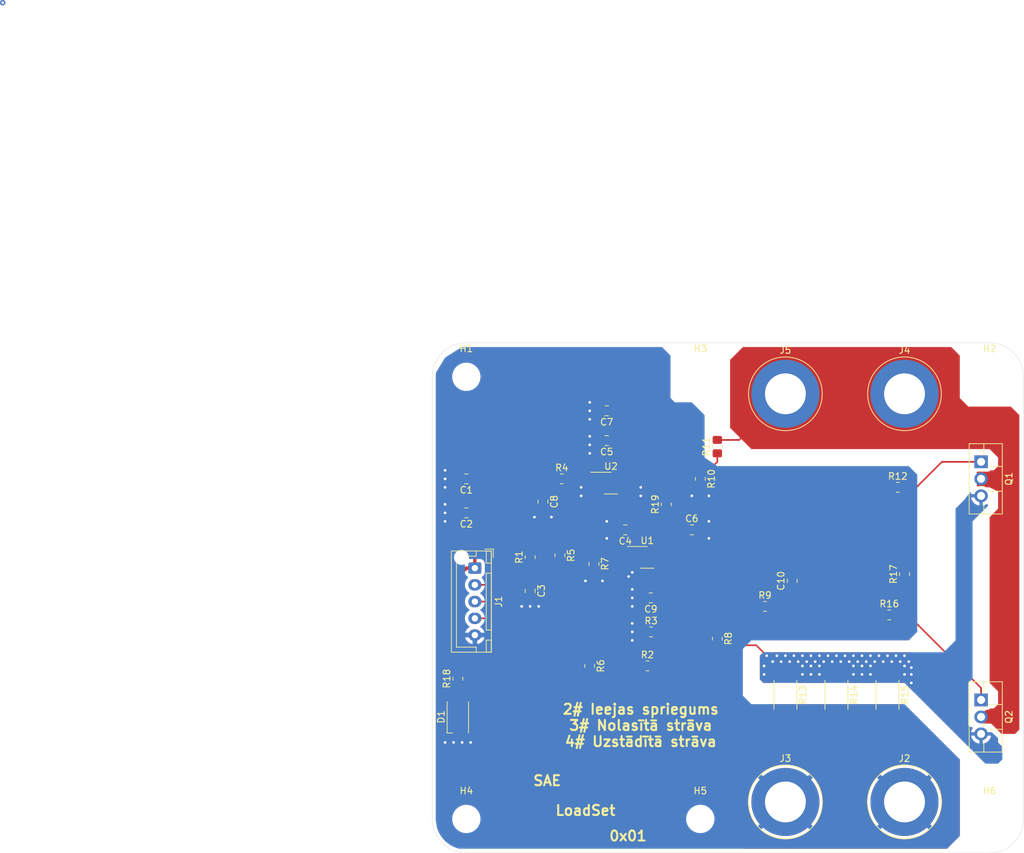
<source format=kicad_pcb>
(kicad_pcb (version 20211014) (generator pcbnew)
  (layers (0 "F.Cu" signal) (31 "B.Cu" signal) (34 "B.Paste" user) (35 "F.Paste" user) (36 "B.SilkS" user "B.Silkscreen") (37 "F.SilkS" user "F.Silkscreen") (38 "B.Mask" user) (39 "F.Mask" user) (44 "Edge.Cuts" user))
  (net 0 "")
  (net 1 "GND")
  (net 2 "+5V")
  (net 3 "/Iread")
  (net 4 "/Vread")
  (net 5 "Net-(C9-Pad1)")
  (net 6 "Net-(C10-Pad2)")
  (net 7 "Net-(C10-Pad1)")
  (net 8 "/SetCurr")
  (net 9 "/+Load")
  (net 10 "Net-(Q1-Pad3)")
  (net 11 "Net-(Q1-Pad1)")
  (net 12 "Net-(R1-Pad2)")
  (net 13 "Net-(R4-Pad2)")
  (net 14 "Net-(R5-Pad2)")
  (net 15 "Net-(R6-Pad1)")
  (net 16 "Net-(R8-Pad1)")
  (net 17 "Net-(R10-Pad1)")
  (net 18 "Net-(U2-Pad6)")
  (net 19 "Net-(Q2-Pad1)")
  (net 20 "Net-(D1-Pad2)")
  (footprint "Capacitor_SMD:C_0805_2012Metric_Pad1.18x1.45mm_HandSolder" (layer "F.Cu") (at 66.675 71.12 180)
    (fp_text reference "C1" (at 0 -1.68) (layer "F.SilkS"))
    (fp_text value "C_Small")
    (pad "1" smd roundrect locked (at -1.0375 0 180) (size 1.175 1.45) (layers "F.Cu" "F.Paste" "F.Mask") (roundrect_rratio 0.212766) (net 2 "+5V"))
    (pad "2" smd roundrect locked (at 1.0375 0 180) (size 1.175 1.45) (layers "F.Cu" "F.Paste" "F.Mask") (roundrect_rratio 0.212766) (net 1 "GND"))
  )
  (footprint "Capacitor_SMD:C_0805_2012Metric_Pad1.18x1.45mm_HandSolder" (layer "F.Cu") (at 66.675 76.2 180)
    (fp_text reference "C2" (at 0 -1.68) (layer "F.SilkS"))
    (fp_text value "C_Small")
    (pad "1" smd roundrect locked (at -1.0375 0 180) (size 1.175 1.45) (layers "F.Cu" "F.Paste" "F.Mask") (roundrect_rratio 0.212766) (net 2 "+5V"))
    (pad "2" smd roundrect locked (at 1.0375 0 180) (size 1.175 1.45) (layers "F.Cu" "F.Paste" "F.Mask") (roundrect_rratio 0.212766) (net 1 "GND"))
  )
  (footprint "Capacitor_SMD:C_0805_2012Metric_Pad1.18x1.45mm_HandSolder" (layer "F.Cu") (at 76.2 87.8625 -90)
    (fp_text reference "C3" (at 0 -1.68 90) (layer "F.SilkS"))
    (fp_text value "1u")
    (pad "1" smd roundrect locked (at -1.0375 0 270) (size 1.175 1.45) (layers "F.Cu" "F.Paste" "F.Mask") (roundrect_rratio 0.212766) (net 3 "/Iread"))
    (pad "2" smd roundrect locked (at 1.0375 0 270) (size 1.175 1.45) (layers "F.Cu" "F.Paste" "F.Mask") (roundrect_rratio 0.212766) (net 1 "GND"))
  )
  (footprint "Capacitor_SMD:C_0805_2012Metric_Pad1.18x1.45mm_HandSolder" (layer "F.Cu") (at 90.4025 78.74 180)
    (fp_text reference "C4" (at 0 -1.68) (layer "F.SilkS"))
    (fp_text value "C_Small")
    (pad "1" smd roundrect locked (at -1.0375 0 180) (size 1.175 1.45) (layers "F.Cu" "F.Paste" "F.Mask") (roundrect_rratio 0.212766) (net 2 "+5V"))
    (pad "2" smd roundrect locked (at 1.0375 0 180) (size 1.175 1.45) (layers "F.Cu" "F.Paste" "F.Mask") (roundrect_rratio 0.212766) (net 1 "GND"))
  )
  (footprint "Capacitor_SMD:C_0805_2012Metric_Pad1.18x1.45mm_HandSolder" (layer "F.Cu") (at 87.63 65.405 180)
    (fp_text reference "C5" (at 0 -1.68) (layer "F.SilkS"))
    (fp_text value "C_Small")
    (pad "1" smd roundrect locked (at -1.0375 0 180) (size 1.175 1.45) (layers "F.Cu" "F.Paste" "F.Mask") (roundrect_rratio 0.212766) (net 2 "+5V"))
    (pad "2" smd roundrect locked (at 1.0375 0 180) (size 1.175 1.45) (layers "F.Cu" "F.Paste" "F.Mask") (roundrect_rratio 0.212766) (net 1 "GND"))
  )
  (footprint "Capacitor_SMD:C_0805_2012Metric_Pad1.18x1.45mm_HandSolder" (layer "F.Cu") (at 100.33 78.74)
    (fp_text reference "C6" (at 0 -1.68) (layer "F.SilkS"))
    (fp_text value "C_Small")
    (pad "1" smd roundrect locked (at -1.0375 0) (size 1.175 1.45) (layers "F.Cu" "F.Paste" "F.Mask") (roundrect_rratio 0.212766) (net 2 "+5V"))
    (pad "2" smd roundrect locked (at 1.0375 0) (size 1.175 1.45) (layers "F.Cu" "F.Paste" "F.Mask") (roundrect_rratio 0.212766) (net 1 "GND"))
  )
  (footprint "Capacitor_SMD:C_0805_2012Metric_Pad1.18x1.45mm_HandSolder" (layer "F.Cu") (at 87.63 60.96 180)
    (fp_text reference "C7" (at 0 -1.68) (layer "F.SilkS"))
    (fp_text value "C_Small")
    (pad "1" smd roundrect locked (at -1.0375 0 180) (size 1.175 1.45) (layers "F.Cu" "F.Paste" "F.Mask") (roundrect_rratio 0.212766) (net 2 "+5V"))
    (pad "2" smd roundrect locked (at 1.0375 0 180) (size 1.175 1.45) (layers "F.Cu" "F.Paste" "F.Mask") (roundrect_rratio 0.212766) (net 1 "GND"))
  )
  (footprint "Capacitor_SMD:C_0805_2012Metric_Pad1.18x1.45mm_HandSolder" (layer "F.Cu") (at 78.105 74.5275 -90)
    (fp_text reference "C8" (at 0 -1.68 90) (layer "F.SilkS"))
    (fp_text value "1u")
    (pad "1" smd roundrect locked (at -1.0375 0 270) (size 1.175 1.45) (layers "F.Cu" "F.Paste" "F.Mask") (roundrect_rratio 0.212766) (net 4 "/Vread"))
    (pad "2" smd roundrect locked (at 1.0375 0 270) (size 1.175 1.45) (layers "F.Cu" "F.Paste" "F.Mask") (roundrect_rratio 0.212766) (net 1 "GND"))
  )
  (footprint "Capacitor_SMD:C_0805_2012Metric_Pad1.18x1.45mm_HandSolder" (layer "F.Cu") (at 94.2125 88.9 180)
    (fp_text reference "C9" (at 0 -1.68) (layer "F.SilkS"))
    (fp_text value "100n")
    (pad "1" smd roundrect locked (at -1.0375 0 180) (size 1.175 1.45) (layers "F.Cu" "F.Paste" "F.Mask") (roundrect_rratio 0.212766) (net 5 "Net-(C9-Pad1)"))
    (pad "2" smd roundrect locked (at 1.0375 0 180) (size 1.175 1.45) (layers "F.Cu" "F.Paste" "F.Mask") (roundrect_rratio 0.212766) (net 1 "GND"))
  )
  (footprint "Capacitor_SMD:C_0805_2012Metric_Pad1.18x1.45mm_HandSolder" (layer "F.Cu") (at 115.316 86.36 90)
    (fp_text reference "C10" (at 0 -1.68 90) (layer "F.SilkS"))
    (fp_text value "22n")
    (pad "1" smd roundrect locked (at -1.0375 0 90) (size 1.175 1.45) (layers "F.Cu" "F.Paste" "F.Mask") (roundrect_rratio 0.212766) (net 7 "Net-(C10-Pad1)"))
    (pad "2" smd roundrect locked (at 1.0375 0 90) (size 1.175 1.45) (layers "F.Cu" "F.Paste" "F.Mask") (roundrect_rratio 0.212766) (net 6 "Net-(C10-Pad2)"))
  )
  (footprint "Connector_JST:JST_XH_B5B-XH-AM_1x05_P2.50mm_Vertical" (layer "F.Cu") (at 67.945 84.455 -90)
    (fp_text reference "J1" (at 5 -3.55 90) (layer "F.SilkS"))
    (fp_text value "Conn_01x05")
    (pad "" np_thru_hole circle locked (at -1.6 2 270) (size 1.2 1.2) (drill 1.2) (layers *.Cu *.Mask))
    (pad "1" thru_hole roundrect locked (at 0 0 270) (size 1.7 1.95) (drill 0.95) (layers *.Cu *.Mask) (roundrect_rratio 0.147059) (net 2 "+5V"))
    (pad "2" thru_hole oval locked (at 2.5 0 270) (size 1.7 1.95) (drill 0.95) (layers *.Cu *.Mask) (net 4 "/Vread"))
    (pad "3" thru_hole oval locked (at 5 0 270) (size 1.7 1.95) (drill 0.95) (layers *.Cu *.Mask) (net 3 "/Iread"))
    (pad "4" thru_hole oval locked (at 7.5 0 270) (size 1.7 1.95) (drill 0.95) (layers *.Cu *.Mask) (net 8 "/SetCurr"))
    (pad "5" thru_hole oval locked (at 10 0 270) (size 1.7 1.95) (drill 0.95) (layers *.Cu *.Mask) (net 1 "GND"))
  )
  (footprint "Connector:Banana_Jack_1Pin" (layer "F.Cu") (at 132.08 119.38)
    (fp_text reference "J2" (at 0 -6.5) (layer "F.SilkS"))
    (fp_text value "Conn_01x01")
    (pad "1" thru_hole circle locked (at 0 0) (size 10.16 10.16) (drill 6.1) (layers *.Cu *.Mask) (net 1 "GND"))
  )
  (footprint "Connector:Banana_Jack_1Pin" (layer "F.Cu") (at 114.3 119.38)
    (fp_text reference "J3" (at 0 -6.5) (layer "F.SilkS"))
    (fp_text value "Conn_01x01")
    (pad "1" thru_hole circle locked (at 0 0) (size 10.16 10.16) (drill 6.1) (layers *.Cu *.Mask) (net 1 "GND"))
  )
  (footprint "Connector:Banana_Jack_1Pin" (layer "F.Cu") (at 132.08 58.42)
    (fp_text reference "J4" (at 0 -6.5) (layer "F.SilkS"))
    (fp_text value "Conn_01x01")
    (pad "1" thru_hole circle locked (at 0 0) (size 10.16 10.16) (drill 6.1) (layers *.Cu *.Mask) (net 9 "/+Load"))
  )
  (footprint "Connector:Banana_Jack_1Pin" (layer "F.Cu") (at 114.3 58.42)
    (fp_text reference "J5" (at 0 -6.5) (layer "F.SilkS"))
    (fp_text value "Conn_01x01")
    (pad "1" thru_hole circle locked (at 0 0) (size 10.16 10.16) (drill 6.1) (layers *.Cu *.Mask) (net 9 "/+Load"))
  )
  (footprint "Package_TO_SOT_THT:TO-220F-3_Vertical" (layer "F.Cu") (at 143.51 68.58 -90)
    (fp_text reference "Q1" (at 2.54 -4.1675 90) (layer "F.SilkS"))
    (fp_text value "Q_NMOS_GDS")
    (pad "1" thru_hole rect locked (at 0 0 270) (size 1.905 2) (drill 1.2) (layers *.Cu *.Mask) (net 11 "Net-(Q1-Pad1)"))
    (pad "2" thru_hole oval locked (at 2.54 0 270) (size 1.905 2) (drill 1.2) (layers *.Cu *.Mask) (net 9 "/+Load"))
    (pad "3" thru_hole oval locked (at 5.08 0 270) (size 1.905 2) (drill 1.2) (layers *.Cu *.Mask) (net 10 "Net-(Q1-Pad3)"))
  )
  (footprint "Resistor_SMD:R_0805_2012Metric_Pad1.20x1.40mm_HandSolder" (layer "F.Cu") (at 76.2 82.82 90)
    (fp_text reference "R1" (at 0 -1.65 90) (layer "F.SilkS"))
    (fp_text value "150")
    (pad "1" smd roundrect locked (at -1 0 90) (size 1.2 1.4) (layers "F.Cu" "F.Paste" "F.Mask") (roundrect_rratio 0.208333) (net 3 "/Iread"))
    (pad "2" smd roundrect locked (at 1 0 90) (size 1.2 1.4) (layers "F.Cu" "F.Paste" "F.Mask") (roundrect_rratio 0.208333) (net 12 "Net-(R1-Pad2)"))
  )
  (footprint "Resistor_SMD:R_0805_2012Metric_Pad1.20x1.40mm_HandSolder" (layer "F.Cu") (at 93.71 99.06)
    (fp_text reference "R2" (at 0 -1.65) (layer "F.SilkS"))
    (fp_text value "20k")
    (pad "1" smd roundrect locked (at -1 0) (size 1.2 1.4) (layers "F.Cu" "F.Paste" "F.Mask") (roundrect_rratio 0.208333) (net 8 "/SetCurr"))
    (pad "2" smd roundrect locked (at 1 0) (size 1.2 1.4) (layers "F.Cu" "F.Paste" "F.Mask") (roundrect_rratio 0.208333) (net 5 "Net-(C9-Pad1)"))
  )
  (footprint "Resistor_SMD:R_0805_2012Metric_Pad1.20x1.40mm_HandSolder" (layer "F.Cu") (at 94.25 93.98)
    (fp_text reference "R3" (at 0 -1.65) (layer "F.SilkS"))
    (fp_text value "3k6")
    (pad "1" smd roundrect locked (at -1 0) (size 1.2 1.4) (layers "F.Cu" "F.Paste" "F.Mask") (roundrect_rratio 0.208333) (net 1 "GND"))
    (pad "2" smd roundrect locked (at 1 0) (size 1.2 1.4) (layers "F.Cu" "F.Paste" "F.Mask") (roundrect_rratio 0.208333) (net 5 "Net-(C9-Pad1)"))
  )
  (footprint "Resistor_SMD:R_0805_2012Metric_Pad1.20x1.40mm_HandSolder" (layer "F.Cu") (at 80.915 71.12)
    (fp_text reference "R4" (at 0 -1.65) (layer "F.SilkS"))
    (fp_text value "150")
    (pad "1" smd roundrect locked (at -1 0) (size 1.2 1.4) (layers "F.Cu" "F.Paste" "F.Mask") (roundrect_rratio 0.208333) (net 4 "/Vread"))
    (pad "2" smd roundrect locked (at 1 0) (size 1.2 1.4) (layers "F.Cu" "F.Paste" "F.Mask") (roundrect_rratio 0.208333) (net 13 "Net-(R4-Pad2)"))
  )
  (footprint "Resistor_SMD:R_0805_2012Metric_Pad1.20x1.40mm_HandSolder" (layer "F.Cu") (at 80.645 82.55 -90)
    (fp_text reference "R5" (at 0 -1.65 90) (layer "F.SilkS"))
    (fp_text value "20k")
    (pad "1" smd roundrect locked (at -1 0 270) (size 1.2 1.4) (layers "F.Cu" "F.Paste" "F.Mask") (roundrect_rratio 0.208333) (net 12 "Net-(R1-Pad2)"))
    (pad "2" smd roundrect locked (at 1 0 270) (size 1.2 1.4) (layers "F.Cu" "F.Paste" "F.Mask") (roundrect_rratio 0.208333) (net 14 "Net-(R5-Pad2)"))
  )
  (footprint "Resistor_SMD:R_0805_2012Metric_Pad1.20x1.40mm_HandSolder" (layer "F.Cu") (at 85.09 99.06 -90)
    (fp_text reference "R6" (at 0 -1.65 90) (layer "F.SilkS"))
    (fp_text value "3k6")
    (pad "1" smd roundrect locked (at -1 0 270) (size 1.2 1.4) (layers "F.Cu" "F.Paste" "F.Mask") (roundrect_rratio 0.208333) (net 15 "Net-(R6-Pad1)"))
    (pad "2" smd roundrect locked (at 1 0 270) (size 1.2 1.4) (layers "F.Cu" "F.Paste" "F.Mask") (roundrect_rratio 0.208333) (net 10 "Net-(Q1-Pad3)"))
  )
  (footprint "Resistor_SMD:R_0805_2012Metric_Pad1.20x1.40mm_HandSolder" (layer "F.Cu") (at 85.725 83.82 -90)
    (fp_text reference "R7" (at 0 -1.65 90) (layer "F.SilkS"))
    (fp_text value "3k6")
    (pad "1" smd roundrect locked (at -1 0 270) (size 1.2 1.4) (layers "F.Cu" "F.Paste" "F.Mask") (roundrect_rratio 0.208333) (net 14 "Net-(R5-Pad2)"))
    (pad "2" smd roundrect locked (at 1 0 270) (size 1.2 1.4) (layers "F.Cu" "F.Paste" "F.Mask") (roundrect_rratio 0.208333) (net 1 "GND"))
  )
  (footprint "Resistor_SMD:R_0805_2012Metric_Pad1.20x1.40mm_HandSolder" (layer "F.Cu") (at 104.14 94.98 -90)
    (fp_text reference "R8" (at 0 -1.65 90) (layer "F.SilkS"))
    (fp_text value "20k")
    (pad "1" smd roundrect locked (at -1 0 270) (size 1.2 1.4) (layers "F.Cu" "F.Paste" "F.Mask") (roundrect_rratio 0.208333) (net 16 "Net-(R8-Pad1)"))
    (pad "2" smd roundrect locked (at 1 0 270) (size 1.2 1.4) (layers "F.Cu" "F.Paste" "F.Mask") (roundrect_rratio 0.208333) (net 10 "Net-(Q1-Pad3)"))
  )
  (footprint "Resistor_SMD:R_0805_2012Metric_Pad1.20x1.40mm_HandSolder" (layer "F.Cu") (at 111.252 90.17)
    (fp_text reference "R9" (at 0 -1.65) (layer "F.SilkS"))
    (fp_text value "2k2")
    (pad "1" smd roundrect locked (at -1 0) (size 1.2 1.4) (layers "F.Cu" "F.Paste" "F.Mask") (roundrect_rratio 0.208333) (net 16 "Net-(R8-Pad1)"))
    (pad "2" smd roundrect locked (at 1 0) (size 1.2 1.4) (layers "F.Cu" "F.Paste" "F.Mask") (roundrect_rratio 0.208333) (net 7 "Net-(C10-Pad1)"))
  )
  (footprint "Resistor_SMD:R_0805_2012Metric_Pad1.20x1.40mm_HandSolder" (layer "F.Cu") (at 101.6 71.12 -90)
    (fp_text reference "R10" (at 0 -1.65 90) (layer "F.SilkS"))
    (fp_text value "20k")
    (pad "1" smd roundrect locked (at -1 0 270) (size 1.2 1.4) (layers "F.Cu" "F.Paste" "F.Mask") (roundrect_rratio 0.208333) (net 17 "Net-(R10-Pad1)"))
    (pad "2" smd roundrect locked (at 1 0 270) (size 1.2 1.4) (layers "F.Cu" "F.Paste" "F.Mask") (roundrect_rratio 0.208333) (net 1 "GND"))
  )
  (footprint "Resistor_SMD:R_0805_2012Metric_Pad1.20x1.40mm_HandSolder" (layer "F.Cu") (at 104.14 66.31 90)
    (fp_text reference "R11" (at 0 -1.65 90) (layer "F.SilkS"))
    (fp_text value "100k")
    (pad "1" smd roundrect locked (at -1 0 90) (size 1.2 1.4) (layers "F.Cu" "F.Paste" "F.Mask") (roundrect_rratio 0.208333) (net 17 "Net-(R10-Pad1)"))
    (pad "2" smd roundrect locked (at 1 0 90) (size 1.2 1.4) (layers "F.Cu" "F.Paste" "F.Mask") (roundrect_rratio 0.208333) (net 9 "/+Load"))
  )
  (footprint "Resistor_SMD:R_0805_2012Metric_Pad1.20x1.40mm_HandSolder" (layer "F.Cu") (at 131.08 72.39)
    (fp_text reference "R12" (at 0 -1.65) (layer "F.SilkS"))
    (fp_text value "150")
    (pad "1" smd roundrect locked (at -1 0) (size 1.2 1.4) (layers "F.Cu" "F.Paste" "F.Mask") (roundrect_rratio 0.208333) (net 6 "Net-(C10-Pad2)"))
    (pad "2" smd roundrect locked (at 1 0) (size 1.2 1.4) (layers "F.Cu" "F.Paste" "F.Mask") (roundrect_rratio 0.208333) (net 11 "Net-(Q1-Pad1)"))
  )
  (footprint "Resistor_SMD:R_2512_6332Metric_Pad1.40x3.35mm_HandSolder" (layer "F.Cu") (at 114.3 103.38 -90)
    (fp_text reference "R13" (at 0 -2.62 90) (layer "F.SilkS"))
    (fp_text value "0.3")
    (pad "1" smd roundrect locked (at -3.05 0 270) (size 1.4 3.35) (layers "F.Cu" "F.Paste" "F.Mask") (roundrect_rratio 0.178571) (net 10 "Net-(Q1-Pad3)"))
    (pad "2" smd roundrect locked (at 3.05 0 270) (size 1.4 3.35) (layers "F.Cu" "F.Paste" "F.Mask") (roundrect_rratio 0.178571) (net 1 "GND"))
  )
  (footprint "Resistor_SMD:R_2512_6332Metric_Pad1.40x3.35mm_HandSolder" (layer "F.Cu") (at 121.92 103.38 -90)
    (fp_text reference "R14" (at 0 -2.62 90) (layer "F.SilkS"))
    (fp_text value "0.3")
    (pad "1" smd roundrect locked (at -3.05 0 270) (size 1.4 3.35) (layers "F.Cu" "F.Paste" "F.Mask") (roundrect_rratio 0.178571) (net 10 "Net-(Q1-Pad3)"))
    (pad "2" smd roundrect locked (at 3.05 0 270) (size 1.4 3.35) (layers "F.Cu" "F.Paste" "F.Mask") (roundrect_rratio 0.178571) (net 1 "GND"))
  )
  (footprint "Resistor_SMD:R_2512_6332Metric_Pad1.40x3.35mm_HandSolder" (layer "F.Cu") (at 129.54 103.38 -90)
    (fp_text reference "R15" (at 0 -2.62 90) (layer "F.SilkS"))
    (fp_text value "0.3")
    (pad "1" smd roundrect locked (at -3.05 0 270) (size 1.4 3.35) (layers "F.Cu" "F.Paste" "F.Mask") (roundrect_rratio 0.178571) (net 10 "Net-(Q1-Pad3)"))
    (pad "2" smd roundrect locked (at 3.05 0 270) (size 1.4 3.35) (layers "F.Cu" "F.Paste" "F.Mask") (roundrect_rratio 0.178571) (net 1 "GND"))
  )
  (footprint "Package_SO:VSSOP-8_3.0x3.0mm_P0.65mm" (layer "F.Cu") (at 93.685 82.845)
    (fp_text reference "U1" (at 0 -2.5) (layer "F.SilkS"))
    (fp_text value "OPA2333xxDGK")
    (pad "1" smd rect locked (at -2.2 -0.975 270) (size 0.45 1.45) (layers "F.Cu" "F.Paste" "F.Mask") (net 12 "Net-(R1-Pad2)"))
    (pad "2" smd rect locked (at -2.2 -0.325 270) (size 0.45 1.45) (layers "F.Cu" "F.Paste" "F.Mask") (net 14 "Net-(R5-Pad2)"))
    (pad "3" smd rect locked (at -2.2 0.325 270) (size 0.45 1.45) (layers "F.Cu" "F.Paste" "F.Mask") (net 15 "Net-(R6-Pad1)"))
    (pad "4" smd rect locked (at -2.2 0.975 270) (size 0.45 1.45) (layers "F.Cu" "F.Paste" "F.Mask") (net 1 "GND"))
    (pad "5" smd rect locked (at 2.2 0.975 270) (size 0.45 1.45) (layers "F.Cu" "F.Paste" "F.Mask") (net 5 "Net-(C9-Pad1)"))
    (pad "6" smd rect locked (at 2.2 0.325 270) (size 0.45 1.45) (layers "F.Cu" "F.Paste" "F.Mask") (net 16 "Net-(R8-Pad1)"))
    (pad "7" smd rect locked (at 2.2 -0.325 270) (size 0.45 1.45) (layers "F.Cu" "F.Paste" "F.Mask") (net 6 "Net-(C10-Pad2)"))
    (pad "8" smd rect locked (at 2.2 -0.975 270) (size 0.45 1.45) (layers "F.Cu" "F.Paste" "F.Mask") (net 2 "+5V"))
  )
  (footprint "Package_SO:VSSOP-8_3.0x3.0mm_P0.65mm" (layer "F.Cu") (at 88.265 71.755)
    (fp_text reference "U2" (at 0 -2.5) (layer "F.SilkS"))
    (fp_text value "OPA2333xxDGK")
    (pad "1" smd rect locked (at -2.2 -0.975 270) (size 0.45 1.45) (layers "F.Cu" "F.Paste" "F.Mask") (net 13 "Net-(R4-Pad2)"))
    (pad "2" smd rect locked (at -2.2 -0.325 270) (size 0.45 1.45) (layers "F.Cu" "F.Paste" "F.Mask") (net 13 "Net-(R4-Pad2)"))
    (pad "3" smd rect locked (at -2.2 0.325 270) (size 0.45 1.45) (layers "F.Cu" "F.Paste" "F.Mask") (net 17 "Net-(R10-Pad1)"))
    (pad "4" smd rect locked (at -2.2 0.975 270) (size 0.45 1.45) (layers "F.Cu" "F.Paste" "F.Mask") (net 1 "GND"))
    (pad "5" smd rect locked (at 2.2 0.975 270) (size 0.45 1.45) (layers "F.Cu" "F.Paste" "F.Mask") (net 1 "GND"))
    (pad "6" smd rect locked (at 2.2 0.325 270) (size 0.45 1.45) (layers "F.Cu" "F.Paste" "F.Mask") (net 18 "Net-(U2-Pad6)"))
    (pad "7" smd rect locked (at 2.2 -0.325 270) (size 0.45 1.45) (layers "F.Cu" "F.Paste" "F.Mask") (net 18 "Net-(U2-Pad6)"))
    (pad "8" smd rect locked (at 2.2 -0.975 270) (size 0.45 1.45) (layers "F.Cu" "F.Paste" "F.Mask") (net 2 "+5V"))
  )
  (footprint "MountingHole:MountingHole_3.2mm_M3" (layer "F.Cu") (at 66.675 55.88)
    (fp_text reference "H1" (at 0 -4.2) (layer "F.SilkS"))
    (fp_text value "MountingHole")
    (pad "" np_thru_hole circle locked (at 0 0) (size 3.2 3.2) (drill 3.2) (layers *.Cu *.Mask))
  )
  (footprint "MountingHole:MountingHole_3.2mm_M3" (layer "F.Cu") (at 144.78 55.88)
    (fp_text reference "H2" (at 0 -4.2) (layer "F.SilkS"))
    (fp_text value "MountingHole")
    (pad "" np_thru_hole circle locked (at 0 0) (size 3.2 3.2) (drill 3.2) (layers *.Cu *.Mask))
  )
  (footprint "MountingHole:MountingHole_3.2mm_M3" (layer "F.Cu") (at 101.6 55.88)
    (fp_text reference "H3" (at 0 -4.2) (layer "F.SilkS"))
    (fp_text value "MountingHole")
    (pad "" np_thru_hole circle locked (at 0 0) (size 3.2 3.2) (drill 3.2) (layers *.Cu *.Mask))
  )
  (footprint "MountingHole:MountingHole_3.2mm_M3" (layer "F.Cu") (at 66.675 121.92)
    (fp_text reference "H4" (at 0 -4.2) (layer "F.SilkS"))
    (fp_text value "MountingHole")
    (pad "" np_thru_hole circle locked (at 0 0) (size 3.2 3.2) (drill 3.2) (layers *.Cu *.Mask))
  )
  (footprint "MountingHole:MountingHole_3.2mm_M3" (layer "F.Cu") (at 101.6 121.92)
    (fp_text reference "H5" (at 0 -4.2) (layer "F.SilkS"))
    (fp_text value "MountingHole")
    (pad "" np_thru_hole circle locked (at 0 0) (size 3.2 3.2) (drill 3.2) (layers *.Cu *.Mask))
  )
  (footprint "MountingHole:MountingHole_3.2mm_M3" (layer "F.Cu") (at 144.78 121.92)
    (fp_text reference "H6" (at 0 -4.2) (layer "F.SilkS"))
    (fp_text value "MountingHole")
    (pad "" np_thru_hole circle locked (at 0 0) (size 3.2 3.2) (drill 3.2) (layers *.Cu *.Mask))
  )
  (footprint "Package_TO_SOT_THT:TO-220F-3_Vertical" (layer "F.Cu") (at 143.51 104.14 -90)
    (fp_text reference "Q2" (at 2.54 -4.1675 90) (layer "F.SilkS"))
    (fp_text value "Q_NMOS_GDS")
    (pad "1" thru_hole rect locked (at 0 0 270) (size 1.905 2) (drill 1.2) (layers *.Cu *.Mask) (net 19 "Net-(Q2-Pad1)"))
    (pad "2" thru_hole oval locked (at 2.54 0 270) (size 1.905 2) (drill 1.2) (layers *.Cu *.Mask) (net 9 "/+Load"))
    (pad "3" thru_hole oval locked (at 5.08 0 270) (size 1.905 2) (drill 1.2) (layers *.Cu *.Mask) (net 10 "Net-(Q1-Pad3)"))
  )
  (footprint "Resistor_SMD:R_0805_2012Metric_Pad1.20x1.40mm_HandSolder" (layer "F.Cu") (at 129.81 91.44)
    (fp_text reference "R16" (at 0 -1.65) (layer "F.SilkS"))
    (fp_text value "150")
    (pad "1" smd roundrect locked (at -1 0) (size 1.2 1.4) (layers "F.Cu" "F.Paste" "F.Mask") (roundrect_rratio 0.208333) (net 6 "Net-(C10-Pad2)"))
    (pad "2" smd roundrect locked (at 1 0) (size 1.2 1.4) (layers "F.Cu" "F.Paste" "F.Mask") (roundrect_rratio 0.208333) (net 19 "Net-(Q2-Pad1)"))
  )
  (footprint "Resistor_SMD:R_0805_2012Metric_Pad1.20x1.40mm_HandSolder" (layer "F.Cu") (at 132.08 85.36 90)
    (fp_text reference "R17" (at 0 -1.65 90) (layer "F.SilkS"))
    (fp_text value "150")
    (pad "1" smd roundrect locked (at -1 0 90) (size 1.2 1.4) (layers "F.Cu" "F.Paste" "F.Mask") (roundrect_rratio 0.208333) (net 19 "Net-(Q2-Pad1)"))
    (pad "2" smd roundrect locked (at 1 0 90) (size 1.2 1.4) (layers "F.Cu" "F.Paste" "F.Mask") (roundrect_rratio 0.208333) (net 11 "Net-(Q1-Pad1)"))
  )
  (footprint "LED_SMD:LED_PLCC-2" (layer "F.Cu") (at 65.405 106.68 90)
    (fp_text reference "D1" (at 0 -2.5 90) (layer "F.SilkS"))
    (fp_text value "LED")
    (pad "1" smd rect locked (at -1.5 0 90) (size 1.5 2.6) (layers "F.Cu" "F.Paste" "F.Mask") (net 1 "GND"))
    (pad "2" smd rect locked (at 1.5 0 90) (size 1.5 2.6) (layers "F.Cu" "F.Paste" "F.Mask") (net 20 "Net-(D1-Pad2)"))
  )
  (footprint "Resistor_SMD:R_0805_2012Metric_Pad1.20x1.40mm_HandSolder" (layer "F.Cu") (at 65.405 100.965 90)
    (fp_text reference "R18" (at 0 -1.65 90) (layer "F.SilkS"))
    (fp_text value "150")
    (pad "1" smd roundrect locked (at -1 0 90) (size 1.2 1.4) (layers "F.Cu" "F.Paste" "F.Mask") (roundrect_rratio 0.208333) (net 20 "Net-(D1-Pad2)"))
    (pad "2" smd roundrect locked (at 1 0 90) (size 1.2 1.4) (layers "F.Cu" "F.Paste" "F.Mask") (roundrect_rratio 0.208333) (net 2 "+5V"))
  )
  (footprint "Resistor_SMD:R_0805_2012Metric_Pad1.20x1.40mm_HandSolder" (layer "F.Cu") (at 96.52 74.93 90)
    (fp_text reference "R19" (at 0 -1.65 90) (layer "F.SilkS"))
    (fp_text value "0")
    (pad "1" smd roundrect locked (at -1 0 90) (size 1.2 1.4) (layers "F.Cu" "F.Paste" "F.Mask") (roundrect_rratio 0.208333) (net 2 "+5V"))
    (pad "2" smd roundrect locked (at 1 0 90) (size 1.2 1.4) (layers "F.Cu" "F.Paste" "F.Mask") (roundrect_rratio 0.208333) (net 2 "+5V"))
  )
  (gr_line (start 61.595 121.92) (end 61.595 55.88) (layer "Edge.Cuts") (width 0.05))
  (gr_line (start 66.675 50.8) (end 144.78 50.8) (layer "Edge.Cuts") (width 0.05))
  (gr_arc (start 61.595 55.88) (mid 63.082898 52.287898) (end 66.675 50.8) (layer "Edge.Cuts") (width 0.05))
  (gr_line (start 149.86 55.88) (end 149.86 121.92) (layer "Edge.Cuts") (width 0.05))
  (gr_arc (start 144.78 50.8) (mid 148.372102 52.287898) (end 149.86 55.88) (layer "Edge.Cuts") (width 0.05))
  (gr_line (start 144.78 127) (end 66.675 127) (layer "Edge.Cuts") (width 0.05))
  (gr_arc (start 149.86 121.92) (mid 148.372102 125.512102) (end 144.78 127) (layer "Edge.Cuts") (width 0.05))
  (gr_arc (start 66.675 127) (mid 63.082898 125.512102) (end 61.595 121.92) (layer "Edge.Cuts") (width 0.05))
  (gr_text "SAE" (at 78.74 116.205) (layer "F.SilkS") (effects (font (size 1.5 1.5) (thickness 0.3))))
  (gr_text "2# Ieejas spriegums\n3# Nolasītā strāva\n4# Uzstādītā strāva" (at 92.71 107.95) (layer "F.SilkS") (effects (font (size 1.5 1.5) (thickness 0.3))))
  (gr_text "0x01\n" (at 90.805 124.46) (layer "F.SilkS") (effects (font (size 1.5 1.5) (thickness 0.3))))
  (gr_text "LoadSet" (at 84.455 120.65) (layer "F.SilkS") (effects (font (size 1.5 1.5) (thickness 0.3))))
  (via (at -2.54 0) (size 0.8) (drill 0.4) (layers "F.Cu" "B.Cu") (net 0))
  (segment (start 92.71 72.39) (end 92.344999 72.755001) (width 0.5) (layer "F.Cu") (net 1))
  (segment (start 85.09 60.96) (end 86.5925 60.96) (width 0.5) (layer "F.Cu") (net 1))
  (segment (start 91.44 88.9) (end 93.175 88.9) (width 0.5) (layer "F.Cu") (net 1))
  (segment (start 63.5 77.47) (end 64.3675 77.47) (width 0.5) (layer "F.Cu") (net 1))
  (segment (start 91.44 95.25) (end 91.98 95.25) (width 0.5) (layer "F.Cu") (net 1))
  (segment (start 85.160001 73.66) (end 86.065 72.755001) (width 0.5) (layer "F.Cu") (net 1))
  (segment (start 85.9575 64.77) (end 86.5925 65.405) (width 0.5) (layer "F.Cu") (net 1))
  (segment (start 102.87 77.47) (end 102.6375 77.47) (width 0.5) (layer "F.Cu") (net 1))
  (segment (start 66.04 110.49) (end 66.04 108.815) (width 0.5) (layer "F.Cu") (net 1))
  (segment (start 64.3675 74.93) (end 65.6375 76.2) (width 0.5) (layer "F.Cu") (net 1))
  (segment (start 63.5 72.39) (end 64.3675 72.39) (width 0.5) (layer "F.Cu") (net 1))
  (segment (start 63.5 71.12) (end 65.6375 71.12) (width 0.5) (layer "F.Cu") (net 1))
  (segment (start 92.344999 72.755001) (end 90.465 72.755001) (width 0.5) (layer "F.Cu") (net 1))
  (segment (start 91.44 92.71) (end 91.98 92.71) (width 0.5) (layer "F.Cu") (net 1))
  (segment (start 87.63 77.47) (end 88.095 77.47) (width 0.5) (layer "F.Cu") (net 1))
  (segment (start 83.82 72.39) (end 84.185001 72.755001) (width 0.5) (layer "F.Cu") (net 1))
  (segment (start 91.44 85.09) (end 90.89501 85.63499) (width 0.5) (layer "F.Cu") (net 1))
  (segment (start 90.89501 85.63499) (end 90.89501 85.717859) (width 0.5) (layer "F.Cu") (net 1))
  (segment (start 102.87 73.39) (end 101.6 72.12) (width 0.5) (layer "F.Cu") (net 1))
  (segment (start 91.905 90.17) (end 93.175 88.9) (width 0.5) (layer "F.Cu") (net 1))
  (segment (start 100.33 73.39) (end 101.6 72.12) (width 0.5) (layer "F.Cu") (net 1))
  (segment (start 88.095 77.47) (end 89.365 78.74) (width 0.5) (layer "F.Cu") (net 1))
  (segment (start 85.3225 59.69) (end 86.5925 60.96) (width 0.5) (layer "F.Cu") (net 1))
  (segment (start 100.33 73.66) (end 100.33 73.39) (width 0.5) (layer "F.Cu") (net 1))
  (segment (start 64.3675 69.85) (end 65.6375 71.12) (width 0.5) (layer "F.Cu") (net 1))
  (segment (start 86.995 86.36) (end 86.995 86.09) (width 0.5) (layer "F.Cu") (net 1))
  (segment (start 85.09 66.04) (end 85.9575 66.04) (width 0.5) (layer "F.Cu") (net 1))
  (segment (start 91.98 95.25) (end 93.25 93.98) (width 0.5) (layer "F.Cu") (net 1))
  (segment (start 64.77 108.815) (end 65.405 108.18) (width 0.5) (layer "F.Cu") (net 1))
  (segment (start 88.095 80.01) (end 89.365 78.74) (width 0.5) (layer "F.Cu") (net 1))
  (segment (start 85.09 64.77) (end 85.9575 64.77) (width 0.5) (layer "F.Cu") (net 1))
  (segment (start 91.98 92.71) (end 93.25 93.98) (width 0.5) (layer "F.Cu") (net 1))
  (segment (start 92.71 73.66) (end 91.369999 73.66) (width 0.5) (layer "F.Cu") (net 1))
  (segment (start 83.82 73.66) (end 85.160001 73.66) (width 0.5) (layer "F.Cu") (net 1))
  (segment (start 102.6375 77.47) (end 101.3675 78.74) (width 0.5) (layer "F.Cu") (net 1))
  (segment (start 64.3675 77.47) (end 65.6375 76.2) (width 0.5) (layer "F.Cu") (net 1))
  (segment (start 63.5 74.93) (end 64.3675 74.93) (width 0.5) (layer "F.Cu") (net 1))
  (segment (start 86.995 86.09) (end 85.725 84.82) (width 0.5) (layer "F.Cu") (net 1))
  (segment (start 85.9575 66.04) (end 86.5925 65.405) (width 0.5) (layer "F.Cu") (net 1))
  (segment (start 102.87 73.66) (end 102.87 73.39) (width 0.5) (layer "F.Cu") (net 1))
  (segment (start 84.455 86.36) (end 84.455 86.09) (width 0.5) (layer "F.Cu") (net 1))
  (segment (start 76.835 76.835) (end 78.105 75.565) (width 0.5) (layer "F.Cu") (net 1))
  (segment (start 63.5 110.085) (end 65.405 108.18) (width 0.5) (layer "F.Cu") (net 1))
  (segment (start 87.63 80.01) (end 88.095 80.01) (width 0.5) (layer "F.Cu") (net 1))
  (segment (start 66.04 108.815) (end 65.405 108.18) (width 0.5) (layer "F.Cu") (net 1))
  (segment (start 76.2 88.9) (end 77.47 90.17) (width 0.25) (layer "F.Cu") (net 1))
  (segment (start 91.44 87.63) (end 91.905 87.63) (width 0.5) (layer "F.Cu") (net 1))
  (segment (start 64.3675 72.39) (end 65.6375 71.12) (width 0.5) (layer "F.Cu") (net 1))
  (segment (start 91.44 90.17) (end 91.905 90.17) (width 0.5) (layer "F.Cu") (net 1))
  (segment (start 85.09 62.23) (end 85.3225 62.23) (width 0.5) (layer "F.Cu") (net 1))
  (segment (start 76.2 88.9) (end 74.93 90.17) (width 0.25) (layer "F.Cu") (net 1))
  (segment (start 91.44 83.890001) (end 91.485 83.845001) (width 0.5) (layer "F.Cu") (net 1))
  (segment (start 79.375 76.835) (end 78.105 75.565) (width 0.5) (layer "F.Cu") (net 1))
  (segment (start 102.87 80.01) (end 102.6375 80.01) (width 0.5) (layer "F.Cu") (net 1))
  (segment (start 63.5 76.2) (end 65.6375 76.2) (width 0.5) (layer "F.Cu") (net 1))
  (segment (start 84.185001 72.755001) (end 86.065 72.755001) (width 0.5) (layer "F.Cu") (net 1))
  (segment (start 63.5 69.85) (end 64.3675 69.85) (width 0.5) (layer "F.Cu") (net 1))
  (segment (start 91.44 93.98) (end 93.25 93.98) (width 0.5) (layer "F.Cu") (net 1))
  (segment (start 91.905 87.63) (end 93.175 88.9) (width 0.5) (layer "F.Cu") (net 1))
  (segment (start 85.09 66.9075) (end 86.5925 65.405) (width 0.5) (layer "F.Cu") (net 1))
  (segment (start 102.6375 80.01) (end 101.3675 78.74) (width 0.5) (layer "F.Cu") (net 1))
  (segment (start 64.77 110.49) (end 64.77 108.815) (width 0.5) (layer "F.Cu") (net 1))
  (segment (start 91.369999 73.66) (end 90.465 72.755001) (width 0.5) (layer "F.Cu") (net 1))
  (segment (start 67.31 110.085) (end 65.405 108.18) (width 0.5) (layer "F.Cu") (net 1))
  (segment (start 85.09 67.31) (end 85.09 66.9075) (width 0.5) (layer "F.Cu") (net 1))
  (segment (start 76.2 88.9) (end 76.2 90.17) (width 0.25) (layer "F.Cu") (net 1))
  (segment (start 84.455 86.09) (end 85.725 84.82) (width 0.5) (layer "F.Cu") (net 1))
  (segment (start 91.44 85.09) (end 91.44 83.890001) (width 0.5) (layer "F.Cu") (net 1))
  (segment (start 63.5 110.49) (end 63.5 110.085) (width 0.5) (layer "F.Cu") (net 1))
  (segment (start 85.09 59.69) (end 85.3225 59.69) (width 0.5) (layer "F.Cu") (net 1))
  (segment (start 85.3225 62.23) (end 86.5925 60.96) (width 0.5) (layer "F.Cu") (net 1))
  (segment (start 67.31 110.49) (end 67.31 110.085) (width 0.5) (layer "F.Cu") (net 1))
  (via (at 91.44 93.98) (size 0.8) (drill 0.4) (layers "F.Cu" "B.Cu") (net 1))
  (via (at 63.5 77.47) (size 0.8) (drill 0.4) (layers "F.Cu" "B.Cu") (net 1))
  (via (at 63.5 69.85) (size 0.8) (drill 0.4) (layers "F.Cu" "B.Cu") (net 1))
  (via (at 63.5 71.12) (size 0.8) (drill 0.4) (layers "F.Cu" "B.Cu") (net 1))
  (via (at 91.44 95.25) (size 0.8) (drill 0.4) (layers "F.Cu" "B.Cu") (net 1))
  (via (at 91.44 87.63) (size 0.8) (drill 0.4) (layers "F.Cu" "B.Cu") (net 1))
  (via (at 85.09 60.96) (size 0.8) (drill 0.4) (layers "F.Cu" "B.Cu") (net 1))
  (via (at 63.5 76.2) (size 0.8) (drill 0.4) (layers "F.Cu" "B.Cu") (net 1))
  (via (at 85.09 62.23) (size 0.8) (drill 0.4) (layers "F.Cu" "B.Cu") (net 1))
  (via (at 83.82 73.66) (size 0.8) (drill 0.4) (layers "F.Cu" "B.Cu") (net 1))
  (via (at 85.09 66.04) (size 0.8) (drill 0.4) (layers "F.Cu" "B.Cu") (net 1))
  (via (at 85.09 64.77) (size 0.8) (drill 0.4) (layers "F.Cu" "B.Cu") (net 1))
  (via (at 66.04 110.49) (size 0.8) (drill 0.4) (layers "F.Cu" "B.Cu") (net 1))
  (via (at 79.375 76.835) (size 0.8) (drill 0.4) (layers "F.Cu" "B.Cu") (net 1))
  (via (at 87.63 80.01) (size 0.8) (drill 0.4) (layers "F.Cu" "B.Cu") (net 1))
  (via (at 84.455 86.36) (size 0.8) (drill 0.4) (layers "F.Cu" "B.Cu") (net 1))
  (via (at 86.995 86.36) (size 0.8) (drill 0.4) (layers "F.Cu" "B.Cu") (net 1))
  (via (at 91.44 88.9) (size 0.8) (drill 0.4) (layers "F.Cu" "B.Cu") (net 1))
  (via (at 91.44 90.17) (size 0.8) (drill 0.4) (layers "F.Cu" "B.Cu") (net 1))
  (via (at 102.87 80.01) (size 0.8) (drill 0.4) (layers "F.Cu" "B.Cu") (net 1))
  (via (at 100.33 73.66) (size 0.8) (drill 0.4) (layers "F.Cu" "B.Cu") (net 1))
  (via (at 83.82 72.39) (size 0.8) (drill 0.4) (layers "F.Cu" "B.Cu") (net 1))
  (via (at 102.87 73.66) (size 0.8) (drill 0.4) (layers "F.Cu" "B.Cu") (net 1))
  (via (at 76.835 76.835) (size 0.8) (drill 0.4) (layers "F.Cu" "B.Cu") (net 1))
  (via (at 76.2 90.17) (size 0.8) (drill 0.4) (layers "F.Cu" "B.Cu") (net 1))
  (via (at 85.09 59.69) (size 0.8) (drill 0.4) (layers "F.Cu" "B.Cu") (net 1))
  (via (at 91.44 92.71) (size 0.8) (drill 0.4) (layers "F.Cu" "B.Cu") (net 1))
  (via (at 87.63 77.47) (size 0.8) (drill 0.4) (layers "F.Cu" "B.Cu") (net 1))
  (via (at 90.89501 85.717859) (size 0.8) (drill 0.4) (layers "F.Cu" "B.Cu") (net 1))
  (via (at 64.77 110.49) (size 0.8) (drill 0.4) (layers "F.Cu" "B.Cu") (net 1))
  (via (at 92.71 72.39) (size 0.8) (drill 0.4) (layers "F.Cu" "B.Cu") (net 1))
  (via (at 85.09 67.31) (size 0.8) (drill 0.4) (layers "F.Cu" "B.Cu") (net 1))
  (via (at 91.44 85.09) (size 0.8) (drill 0.4) (layers "F.Cu" "B.Cu") (net 1))
  (via (at 74.93 90.17) (size 0.8) (drill 0.4) (layers "F.Cu" "B.Cu") (net 1))
  (via (at 67.31 110.49) (size 0.8) (drill 0.4) (layers "F.Cu" "B.Cu") (net 1))
  (via (at 77.47 90.17) (size 0.8) (drill 0.4) (layers "F.Cu" "B.Cu") (net 1))
  (via (at 102.87 77.47) (size 0.8) (drill 0.4) (layers "F.Cu" "B.Cu") (net 1))
  (via (at 92.71 73.66) (size 0.8) (drill 0.4) (layers "F.Cu" "B.Cu") (net 1))
  (via (at 63.5 74.93) (size 0.8) (drill 0.4) (layers "F.Cu" "B.Cu") (net 1))
  (via (at 63.5 110.49) (size 0.8) (drill 0.4) (layers "F.Cu" "B.Cu") (net 1))
  (via (at 63.5 72.39) (size 0.8) (drill 0.4) (layers "F.Cu" "B.Cu") (net 1))
  (segment (start 67.7125 71.12) (end 67.7125 68.1775) (width 0.5) (layer "F.Cu") (net 2))
  (segment (start 67.7125 76.2) (end 67.7125 80.4125) (width 0.5) (layer "F.Cu") (net 2))
  (segment (start 91.44 78.74) (end 95.25 78.74) (width 0.5) (layer "F.Cu") (net 2))
  (segment (start 66.675 84.455) (end 65.405 85.725) (width 0.5) (layer "F.Cu") (net 2))
  (segment (start 78.105 57.785) (end 86.995 57.785) (width 0.5) (layer "F.Cu") (net 2))
  (segment (start 67.945 84.455) (end 66.675 84.455) (width 0.5) (layer "F.Cu") (net 2))
  (segment (start 67.7125 71.12) (end 67.7125 76.2) (width 0.5) (layer "F.Cu") (net 2))
  (segment (start 96.52 81.209999) (end 95.885 81.844999) (width 0.5) (layer "F.Cu") (net 2))
  (segment (start 88.6675 60.96) (end 88.6675 65.405) (width 0.5) (layer "F.Cu") (net 2))
  (segment (start 96.52 75.93) (end 96.52 80.01) (width 0.5) (layer "F.Cu") (net 2))
  (segment (start 67.7125 80.4125) (end 67.945 80.645) (width 0.5) (layer "F.Cu") (net 2))
  (segment (start 67.7125 68.1775) (end 78.105 57.785) (width 0.5) (layer "F.Cu") (net 2))
  (segment (start 96.52 80.01) (end 96.52 81.209999) (width 0.5) (layer "F.Cu") (net 2))
  (segment (start 88.6675 59.4575) (end 88.6675 60.96) (width 0.5) (layer "F.Cu") (net 2))
  (segment (start 90.465 70.754999) (end 88.6675 68.957499) (width 0.5) (layer "F.Cu") (net 2))
  (segment (start 65.405 85.725) (end 65.405 99.965) (width 0.5) (layer "F.Cu") (net 2))
  (segment (start 93.344999 70.754999) (end 90.465 70.754999) (width 0.5) (layer "F.Cu") (net 2))
  (segment (start 99.2925 78.74) (end 97.79 78.74) (width 0.5) (layer "F.Cu") (net 2))
  (segment (start 67.945 80.645) (end 67.945 84.455) (width 0.5) (layer "F.Cu") (net 2))
  (segment (start 97.79 78.74) (end 96.52 80.01) (width 0.5) (layer "F.Cu") (net 2))
  (segment (start 86.995 57.785) (end 88.6675 59.4575) (width 0.5) (layer "F.Cu") (net 2))
  (segment (start 96.52 73.93) (end 93.344999 70.754999) (width 0.5) (layer "F.Cu") (net 2))
  (segment (start 95.25 78.74) (end 96.52 80.01) (width 0.5) (layer "F.Cu") (net 2))
  (segment (start 88.6675 68.957499) (end 88.6675 65.405) (width 0.5) (layer "F.Cu") (net 2))
  (segment (start 76.2 86.825) (end 76.275 86.825) (width 0.25) (layer "F.Cu") (net 3))
  (segment (start 67.945 89.455) (end 71.2 89.455) (width 0.25) (layer "F.Cu") (net 3))
  (segment (start 71.2 89.455) (end 73.83 86.825) (width 0.25) (layer "F.Cu") (net 3))
  (segment (start 76.2 83.82) (end 76.2 86.825) (width 0.25) (layer "F.Cu") (net 3))
  (segment (start 73.83 86.825) (end 76.2 86.825) (width 0.25) (layer "F.Cu") (net 3))
  (segment (start 78.105 72.93) (end 79.915 71.12) (width 0.25) (layer "F.Cu") (net 4))
  (segment (start 78.105 73.49) (end 78.105 72.93) (width 0.25) (layer "F.Cu") (net 4))
  (segment (start 73.66 74.295) (end 73.66 85.09) (width 0.25) (layer "F.Cu") (net 4))
  (segment (start 74.465 73.49) (end 73.66 74.295) (width 0.25) (layer "F.Cu") (net 4))
  (segment (start 78.105 73.49) (end 74.465 73.49) (width 0.25) (layer "F.Cu") (net 4))
  (segment (start 78.105 73.025) (end 78.105 73.49) (width 0.25) (layer "F.Cu") (net 4))
  (segment (start 71.795 86.955) (end 67.945 86.955) (width 0.25) (layer "F.Cu") (net 4))
  (segment (start 73.66 85.09) (end 71.795 86.955) (width 0.25) (layer "F.Cu") (net 4))
  (segment (start 95.25 93.98) (end 95.25 88.9) (width 0.25) (layer "F.Cu") (net 5))
  (segment (start 95.25 95.25) (end 95.25 93.98) (width 0.25) (layer "F.Cu") (net 5))
  (segment (start 95.885 83.82) (end 96.52 83.82) (width 0.25) (layer "F.Cu") (net 5))
  (segment (start 94.71 99.06) (end 94.71 95.79) (width 0.25) (layer "F.Cu") (net 5))
  (segment (start 96.52 83.82) (end 97.79 85.09) (width 0.25) (layer "F.Cu") (net 5))
  (segment (start 99.06 93.98) (end 95.25 93.98) (width 0.25) (layer "F.Cu") (net 5))
  (segment (start 100.33 85.09) (end 101.6 86.36) (width 0.25) (layer "F.Cu") (net 5))
  (segment (start 94.71 95.79) (end 95.25 95.25) (width 0.25) (layer "F.Cu") (net 5))
  (segment (start 101.6 91.44) (end 99.06 93.98) (width 0.25) (layer "F.Cu") (net 5))
  (segment (start 101.6 86.36) (end 101.6 91.44) (width 0.25) (layer "F.Cu") (net 5))
  (segment (start 97.79 85.09) (end 100.33 85.09) (width 0.25) (layer "F.Cu") (net 5))
  (segment (start 127.568 91.44) (end 118.648 82.52) (width 0.25) (layer "F.Cu") (net 6))
  (segment (start 128.778 72.39) (end 118.648 82.52) (width 0.25) (layer "F.Cu") (net 6))
  (segment (start 118.648 82.52) (end 115.54 82.52) (width 0.25) (layer "F.Cu") (net 6))
  (segment (start 115.54 82.58) (end 115.54 82.52) (width 0.25) (layer "F.Cu") (net 6))
  (segment (start 130.08 72.39) (end 128.778 72.39) (width 0.25) (layer "F.Cu") (net 6))
  (segment (start 115.316 85.3225) (end 115.316 82.804) (width 0.25) (layer "F.Cu") (net 6))
  (segment (start 128.81 91.44) (end 127.568 91.44) (width 0.25) (layer "F.Cu") (net 6))
  (segment (start 115.54 82.52) (end 95.885 82.52) (width 0.25) (layer "F.Cu") (net 6))
  (segment (start 115.316 82.804) (end 115.54 82.58) (width 0.25) (layer "F.Cu") (net 6))
  (segment (start 115.316 87.3975) (end 115.316 89.154) (width 0.25) (layer "F.Cu") (net 7))
  (segment (start 115.316 89.154) (end 114.3 90.17) (width 0.25) (layer "F.Cu") (net 7))
  (segment (start 114.3 90.17) (end 112.252 90.17) (width 0.25) (layer "F.Cu") (net 7))
  (segment (start 73.66 99.06) (end 92.71 99.06) (width 0.25) (layer "F.Cu") (net 8))
  (segment (start 73.66 99.06) (end 72.39 97.79) (width 0.25) (layer "F.Cu") (net 8))
  (segment (start 70.365 91.955) (end 67.945 91.955) (width 0.25) (layer "F.Cu") (net 8))
  (segment (start 72.39 93.98) (end 70.365 91.955) (width 0.25) (layer "F.Cu") (net 8))
  (segment (start 72.39 97.79) (end 72.39 93.98) (width 0.25) (layer "F.Cu") (net 8))
  (segment (start 107.41 65.31) (end 114.3 58.42) (width 0.25) (layer "F.Cu") (net 9))
  (segment (start 104.14 65.31) (end 107.41 65.31) (width 0.25) (layer "F.Cu") (net 9))
  (segment (start 104.14 100.33) (end 101.6 102.87) (width 0.25) (layer "F.Cu") (net 10))
  (segment (start 103.6 96.52) (end 104.14 95.98) (width 0.25) (layer "F.Cu") (net 10))
  (segment (start 109.95 95.98) (end 111.506 97.536) (width 0.25) (layer "F.Cu") (net 10))
  (segment (start 104.14 95.98) (end 109.95 95.98) (width 0.25) (layer "F.Cu") (net 10))
  (segment (start 85.09 101.6) (end 85.09 100.06) (width 0.25) (layer "F.Cu") (net 10))
  (segment (start 104.14 95.98) (end 104.14 100.33) (width 0.25) (layer "F.Cu") (net 10))
  (segment (start 101.6 102.87) (end 86.36 102.87) (width 0.25) (layer "F.Cu") (net 10))
  (segment (start 86.36 102.87) (end 85.09 101.6) (width 0.25) (layer "F.Cu") (net 10))
  (via (at 119.38 97.536) (size 0.8) (drill 0.4) (layers "F.Cu" "B.Cu") (net 10))
  (via (at 127.635 98.425) (size 0.8) (drill 0.4) (layers "F.Cu" "B.Cu") (net 10))
  (via (at 133.096 100.33) (size 0.8) (drill 0.4) (layers "F.Cu" "B.Cu") (net 10))
  (via (at 115.57 97.536) (size 0.8) (drill 0.4) (layers "F.Cu" "B.Cu") (net 10))
  (via (at 131.445 98.425) (size 0.8) (drill 0.4) (layers "F.Cu" "B.Cu") (net 10))
  (via (at 125.73 97.536) (size 0.8) (drill 0.4) (layers "F.Cu" "B.Cu") (net 10))
  (via (at 123.825 98.425) (size 0.8) (drill 0.4) (layers "F.Cu" "B.Cu") (net 10))
  (via (at 114.935 98.425) (size 0.8) (drill 0.4) (layers "F.Cu" "B.Cu") (net 10))
  (via (at 125.73 100.33) (size 0.8) (drill 0.4) (layers "F.Cu" "B.Cu") (net 10))
  (via (at 127 97.536) (size 0.8) (drill 0.4) (layers "F.Cu" "B.Cu") (net 10))
  (via (at 132.08 100.33) (size 0.8) (drill 0.4) (layers "F.Cu" "B.Cu") (net 10))
  (via (at 124.46 97.536) (size 0.8) (drill 0.4) (layers "F.Cu" "B.Cu") (net 10))
  (via (at 113.03 97.536) (size 0.8) (drill 0.4) (layers "F.Cu" "B.Cu") (net 10))
  (via (at 125.73 99.06) (size 0.8) (drill 0.4) (layers "F.Cu" "B.Cu") (net 10))
  (via (at 111.125 100.33) (size 0.8) (drill 0.4) (layers "F.Cu" "B.Cu") (net 10))
  (via (at 116.84 97.536) (size 0.8) (drill 0.4) (layers "F.Cu" "B.Cu") (net 10))
  (via (at 128.27 97.536) (size 0.8) (drill 0.4) (layers "F.Cu" "B.Cu") (net 10))
  (via locked (at 128.905 98.425) (size 0.8) (drill 0.4) (layers "F.Cu" "B.Cu") (net 10))
  (via (at 118.11 99.06) (size 0.8) (drill 0.4) (layers "F.Cu" "B.Cu") (net 10))
  (via (at 132.715 98.425) (size 0.8) (drill 0.4) (layers "F.Cu" "B.Cu") (net 10))
  (via (at 118.745 98.425) (size 0.8) (drill 0.4) (layers "F.Cu" "B.Cu") (net 10))
  (via (at 120.65 97.536) (size 0.8) (drill 0.4) (layers "F.Cu" "B.Cu") (net 10))
  (via (at 132.08 99.06) (size 0.8) (drill 0.4) (layers "F.Cu" "B.Cu") (net 10))
  (via (at 118.11 97.536) (size 0.8) (drill 0.4) (layers "F.Cu" "B.Cu") (net 10))
  (via (at 118.11 100.33) (size 0.8) (drill 0.4) (layers "F.Cu" "B.Cu") (net 10))
  (via (at 119.38 99.06) (size 0.8) (drill 0.4) (layers "F.Cu" "B.Cu") (net 10))
  (via (at 121.285 98.425) (size 0.8) (drill 0.4) (layers "F.Cu" "B.Cu") (net 10))
  (via (at 112.395 98.425) (size 0.8) (drill 0.4) (layers "F.Cu" "B.Cu") (net 10))
  (via (at 127 99.06) (size 0.8) (drill 0.4) (layers "F.Cu" "B.Cu") (net 10))
  (via (at 114.3 97.536) (size 0.8) (drill 0.4) (layers "F.Cu" "B.Cu") (net 10))
  (via (at 116.84 99.06) (size 0.8) (drill 0.4) (layers "F.Cu" "B.Cu") (net 10))
  (via (at 116.84 100.33) (size 0.8) (drill 0.4) (layers "F.Cu" "B.Cu") (net 10))
  (via (at 133.096 99.314) (size 0.8) (drill 0.4) (layers "F.Cu" "B.Cu") (net 10))
  (via (at 130.175 98.425) (size 0.8) (drill 0.4) (layers "F.Cu" "B.Cu") (net 10))
  (via (at 123.19 97.536) (size 0.8) (drill 0.4) (layers "F.Cu" "B.Cu") (net 10))
  (via (at 124.46 99.06) (size 0.8) (drill 0.4) (layers "F.Cu" "B.Cu") (net 10))
  (via (at 111.125 99.06) (size 0.8) (drill 0.4) (layers "F.Cu" "B.Cu") (net 10))
  (via (at 111.506 97.536) (size 0.8) (drill 0.4) (layers "F.Cu" "B.Cu") (net 10))
  (via (at 122.555 98.425) (size 0.8) (drill 0.4) (layers "F.Cu" "B.Cu") (net 10))
  (via (at 117.475 98.425) (size 0.8) (drill 0.4) (layers "F.Cu" "B.Cu") (net 10))
  (via (at 126.365 98.425) (size 0.8) (drill 0.4) (layers "F.Cu" "B.Cu") (net 10))
  (via (at 133.096 101.6) (size 0.8) (drill 0.4) (layers "F.Cu" "B.Cu") (net 10))
  (via (at 120.015 98.425) (size 0.8) (drill 0.4) (layers "F.Cu" "B.Cu") (net 10))
  (via (at 116.205 98.425) (size 0.8) (drill 0.4) (layers "F.Cu" "B.Cu") (net 10))
  (via (at 129.54 97.536) (size 0.8) (drill 0.4) (layers "F.Cu" "B.Cu") (net 10))
  (via (at 127 100.33) (size 0.8) (drill 0.4) (layers "F.Cu" "B.Cu") (net 10))
  (via (at 113.665 98.425) (size 0.8) (drill 0.4) (layers "F.Cu" "B.Cu") (net 10))
  (via (at 130.81 97.536) (size 0.8) (drill 0.4) (layers "F.Cu" "B.Cu") (net 10))
  (via (at 119.38 100.33) (size 0.8) (drill 0.4) (layers "F.Cu" "B.Cu") (net 10))
  (via (at 121.92 97.536) (size 0.8) (drill 0.4) (layers "F.Cu" "B.Cu") (net 10))
  (via (at 125.095 98.425) (size 0.8) (drill 0.4) (layers "F.Cu" "B.Cu") (net 10))
  (via (at 132.08 97.536) (size 0.8) (drill 0.4) (layers "F.Cu" "B.Cu") (net 10))
  (via (at 124.46 100.33) (size 0.8) (drill 0.4) (layers "F.Cu" "B.Cu") (net 10))
  (segment (start 132.08 72.39) (end 132.08 84.36) (width 0.25) (layer "F.Cu") (net 11))
  (segment (start 137.668 68.58) (end 143.51 68.58) (width 0.25) (layer "F.Cu") (net 11))
  (segment (start 133.858 72.39) (end 137.668 68.58) (width 0.25) (layer "F.Cu") (net 11))
  (segment (start 132.08 72.39) (end 133.858 72.39) (width 0.25) (layer "F.Cu") (net 11))
  (segment (start 76.2 81.82) (end 77.2 81.82) (width 0.25) (layer "F.Cu") (net 12))
  (segment (start 77.2 81.82) (end 77.47 81.55) (width 0.25) (layer "F.Cu") (net 12))
  (segment (start 77.47 81.55) (end 91.165 81.55) (width 0.25) (layer "F.Cu") (net 12))
  (segment (start 91.165 81.55) (end 91.485 81.87) (width 0.25) (layer "F.Cu") (net 12))
  (segment (start 86.065 70.81) (end 85.755 71.12) (width 0.25) (layer "F.Cu") (net 13))
  (segment (start 85.755 71.12) (end 81.915 71.12) (width 0.25) (layer "F.Cu") (net 13))
  (segment (start 85.755 71.12) (end 86.065 71.43) (width 0.25) (layer "F.Cu") (net 13))
  (segment (start 86.065 70.78) (end 86.065 70.81) (width 0.25) (layer "F.Cu") (net 13))
  (segment (start 81.185 84.09) (end 80.645 83.55) (width 0.25) (layer "F.Cu") (net 14))
  (segment (start 85.725 82.55) (end 85.755 82.52) (width 0.25) (layer "F.Cu") (net 14))
  (segment (start 85.725 82.82) (end 85.725 82.55) (width 0.25) (layer "F.Cu") (net 14))
  (segment (start 85.755 82.52) (end 84.12 82.52) (width 0.25) (layer "F.Cu") (net 14))
  (segment (start 91.485 82.52) (end 85.755 82.52) (width 0.25) (layer "F.Cu") (net 14))
  (segment (start 84.12 82.52) (end 82.55 84.09) (width 0.25) (layer "F.Cu") (net 14))
  (segment (start 82.55 84.09) (end 78.01 84.09) (width 0.25) (layer "F.Cu") (net 14))
  (segment (start 90.17 83.51) (end 90.17 87.63) (width 0.25) (layer "F.Cu") (net 15))
  (segment (start 90.17 87.63) (end 85.09 92.71) (width 0.25) (layer "F.Cu") (net 15))
  (segment (start 85.09 92.71) (end 85.09 92.98) (width 0.25) (layer "F.Cu") (net 15))
  (segment (start 85.09 98.06) (end 85.09 92.71) (width 0.25) (layer "F.Cu") (net 15))
  (segment (start 91.485 83.17) (end 90.51 83.17) (width 0.25) (layer "F.Cu") (net 15))
  (segment (start 90.51 83.17) (end 90.17 83.51) (width 0.25) (layer "F.Cu") (net 15))
  (segment (start 95.885 83.17) (end 96.86 83.17) (width 0.25) (layer "F.Cu") (net 16))
  (segment (start 106.442 93.98) (end 110.252 90.17) (width 0.25) (layer "F.Cu") (net 16))
  (segment (start 97.51 83.82) (end 106.68 83.82) (width 0.25) (layer "F.Cu") (net 16))
  (segment (start 96.86 83.17) (end 97.51 83.82) (width 0.25) (layer "F.Cu") (net 16))
  (segment (start 110.252 87.392) (end 110.252 90.17) (width 0.25) (layer "F.Cu") (net 16))
  (segment (start 106.68 83.82) (end 110.252 87.392) (width 0.25) (layer "F.Cu") (net 16))
  (segment (start 104.14 93.98) (end 106.442 93.98) (width 0.25) (layer "F.Cu") (net 16))
  (segment (start 101.6 70.12) (end 102.6 70.12) (width 0.25) (layer "F.Cu") (net 17))
  (segment (start 87.63 73.66) (end 88.9 74.93) (width 0.25) (layer "F.Cu") (net 17))
  (segment (start 101.33 69.85) (end 101.6 70.12) (width 0.25) (layer "F.Cu") (net 17))
  (segment (start 104.14 68.58) (end 104.14 67.31) (width 0.25) (layer "F.Cu") (net 17))
  (segment (start 99.06 71.39) (end 100.6 69.85) (width 0.25) (layer "F.Cu") (net 17))
  (segment (start 102.6 70.12) (end 104.14 68.58) (width 0.25) (layer "F.Cu") (net 17))
  (segment (start 100.6 69.85) (end 101.33 69.85) (width 0.25) (layer "F.Cu") (net 17))
  (segment (start 86.065 72.08) (end 87.32 72.08) (width 0.25) (layer "F.Cu") (net 17))
  (segment (start 97.79 74.93) (end 99.06 73.66) (width 0.25) (layer "F.Cu") (net 17))
  (segment (start 88.9 74.93) (end 97.79 74.93) (width 0.25) (layer "F.Cu") (net 17))
  (segment (start 87.63 72.39) (end 87.63 73.66) (width 0.25) (layer "F.Cu") (net 17))
  (segment (start 87.32 72.08) (end 87.63 72.39) (width 0.25) (layer "F.Cu") (net 17))
  (segment (start 99.06 73.66) (end 99.06 71.39) (width 0.25) (layer "F.Cu") (net 17))
  (segment (start 90.465 71.43) (end 90.465 72.08) (width 0.25) (layer "F.Cu") (net 18))
  (segment (start 132.842 91.694) (end 132.588 91.44) (width 0.25) (layer "F.Cu") (net 19))
  (segment (start 143.51 102.362) (end 132.842 91.694) (width 0.25) (layer "F.Cu") (net 19))
  (segment (start 132.08 86.36) (end 132.08 90.932) (width 0.25) (layer "F.Cu") (net 19))
  (segment (start 143.51 104.14) (end 143.51 102.362) (width 0.25) (layer "F.Cu") (net 19))
  (segment (start 132.08 90.932) (end 132.842 91.694) (width 0.25) (layer "F.Cu") (net 19))
  (segment (start 132.588 91.44) (end 130.81 91.44) (width 0.25) (layer "F.Cu") (net 19))
  (segment (start 65.405 101.965) (end 65.405 105.18) (width 0.5) (layer "F.Cu") (net 20))
  (zone (net 10) (net_name "Net-(Q1-Pad3)") (layer "F.Cu") (connect_pads (clearance 0.508)) (min_thickness 0.254) (fill yes (thermal_gap 0.508) (thermal_bridge_width 0.7))
    (polygon (pts (xy 133.604 97.536) (xy 133.604 103.124) (xy 132.08 101.6) (xy 110.998 101.6) (xy 110.49 101.092) (xy 110.49 97.536) (xy 110.998 97.028) (xy 133.096 97.028)))
  )
  (zone (net 1) (net_name "GND") (layer "F.Cu") (connect_pads (clearance 0.508)) (min_thickness 0.254) (fill yes (thermal_gap 0.508) (thermal_bridge_width 0.508))
    (polygon (pts (xy 140.335 113.03) (xy 140.335 124.46) (xy 138.43 126.365) (xy 107.95 126.365) (xy 106.045 124.46) (xy 106.045 110.49) (xy 111.76 104.775) (xy 131.7625 104.775)))
  )
  (zone (net 9) (net_name "/+Load") (layer "F.Cu") (connect_pads yes (clearance 0.508)) (min_thickness 0.254) (fill yes (thermal_gap 0.508) (thermal_bridge_width 0.7))
    (polygon (pts (xy 140.335 52.705) (xy 140.335 59.055) (xy 141.605 60.325) (xy 147.955 60.325) (xy 149.225 61.595) (xy 149.225 108.585) (xy 148.59 109.22) (xy 146.558 109.22) (xy 145.288 107.95) (xy 145.034 107.696) (xy 143.51 107.6325) (xy 143.51 106.045) (xy 144.78 105.41) (xy 145.415 105.41) (xy 146.05 104.775) (xy 146.05 102.87) (xy 144.78 101.6) (xy 144.78 76.835) (xy 146.05 75.565) (xy 146.05 73.025) (xy 144.78 72.39) (xy 142.875 72.39) (xy 142.875 69.85) (xy 144.145 69.85) (xy 145.415 69.85) (xy 146.05 69.215) (xy 146.05 67.945) (xy 144.78 66.675) (xy 109.22 66.675) (xy 106.045 63.5) (xy 106.045 53.34) (xy 107.95 51.435) (xy 139.065 51.435)))
  )
  (zone (net 10) (net_name "Net-(Q1-Pad3)") (layer "B.Cu") (connect_pads (clearance 0.508)) (min_thickness 0.254) (fill yes (thermal_gap 0.508) (thermal_bridge_width 0.508))
    (polygon (pts (xy 144.526 75.184) (xy 142.24 77.47) (xy 142.24 100.965) (xy 141.605 101.6) (xy 141.605 107.95) (xy 141.986 108.204) (xy 144.272 108.204) (xy 146.05 109.855) (xy 146.05 110.49) (xy 146.685 111.125) (xy 146.685 113.03) (xy 146.05 113.665) (xy 144.145 113.665) (xy 132.08 101.6) (xy 110.998 101.6) (xy 110.49 101.092) (xy 110.49 98.425) (xy 110.49 97.536) (xy 110.998 97.028) (xy 113.03 97.028) (xy 137.922 97.028) (xy 139.7 95.25) (xy 139.7 75.565) (xy 140.97 74.295) (xy 142.24 72.644) (xy 144.526 72.644)))
  )
  (zone (net 1) (net_name "GND") (layer "B.Cu") (connect_pads (clearance 0.508)) (min_thickness 0.254) (fill yes (thermal_gap 0.508) (thermal_bridge_width 0.7))
    (polygon (pts (xy 97.155 52.705) (xy 97.155 59.055) (xy 97.79 59.69) (xy 100.33 59.69) (xy 102.235 61.595) (xy 102.235 67.945) (xy 104.14 69.215) (xy 132.715 69.215) (xy 133.985 70.485) (xy 133.985 93.98) (xy 132.715 95.25) (xy 109.22 95.25) (xy 107.95 96.52) (xy 107.95 103.505) (xy 109.22 104.775) (xy 132.08 104.775) (xy 140.335 113.03) (xy 140.335 124.46) (xy 138.43 126.365) (xy 136.525 126.365) (xy 65 126.365) (xy 62.5 124.5) (xy 62 121.5) (xy 62 118.5) (xy 62 117) (xy 62 113.5) (xy 62 69.5) (xy 62 67.5) (xy 62 65) (xy 62 55.5) (xy 63.5 53) (xy 66 51.435) (xy 95.885 51.435)))
  )
)
</source>
